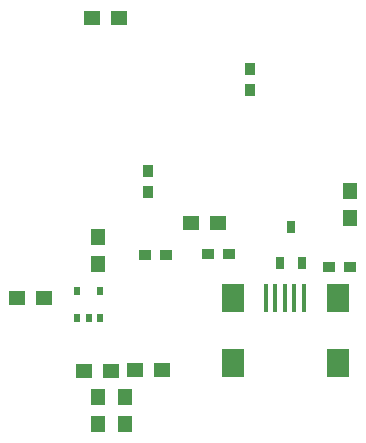
<source format=gbr>
%FSLAX23Y23*%
%MOIN*%
G04 EasyPC Gerber Version 17.0 Build 3379 *
%ADD88R,0.01569X0.09443*%
%ADD93R,0.02356X0.02946*%
%ADD89R,0.02750X0.03931*%
%ADD94R,0.03537X0.03891*%
%ADD92R,0.05100X0.05600*%
%ADD87R,0.07474X0.09443*%
%ADD91R,0.03891X0.03537*%
%ADD90R,0.05600X0.05100*%
X0Y0D02*
D02*
D87*
X1232Y379D03*
Y596D03*
X1582Y379D03*
Y596D03*
D02*
D88*
X1344D03*
X1375D03*
X1407D03*
X1438D03*
X1470D03*
D02*
D89*
X1389Y713D03*
X1427Y831D03*
X1464Y713D03*
D02*
D90*
X514Y596D03*
X604D03*
X736Y352D03*
X764Y1527D03*
X826Y352D03*
X854Y1527D03*
X907Y354D03*
X997D03*
X1093Y846D03*
X1183D03*
D02*
D91*
X941Y740D03*
X1011D03*
X1150Y742D03*
X1220D03*
X1553Y700D03*
X1623D03*
D02*
D92*
X783Y710D03*
Y800D03*
X785Y175D03*
Y265D03*
X872Y175D03*
Y265D03*
X1622Y862D03*
Y952D03*
D02*
D93*
X714Y530D03*
Y619D03*
X752Y530D03*
X789D03*
Y619D03*
D02*
D94*
X949Y949D03*
Y1019D03*
X1291Y1287D03*
Y1357D03*
X0Y0D02*
M02*

</source>
